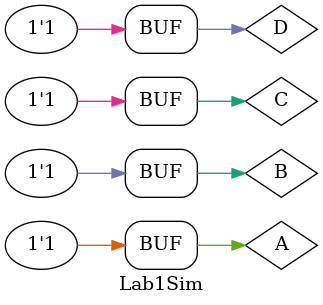
<source format=sv>
`timescale 1ns / 1ps


module Lab1Sim;
    logic A, B, C, D; 
    logic F_SOP, F_POS, F_NORNOR;
    
    Lab1 Lab1_inst (  .A(A), .B(B), .C(C), .D(D), .F_SOP(F_SOP), .F_POS(F_POS), .F_NORNOR(F_NORNOR)  );
    
        //list your test cases
    initial 
        begin
        A = 0; B = 0; C = 0; D = 0; 
        #10
        
        A = 0; B = 0; C = 0; D = 1; 
        #10
        
        A = 0; B = 0; C = 1; D = 0; 
        #10
        
        A = 0; B = 0; C = 1; D = 1; 
        #10
        
        A = 0; B = 1; C = 0; D = 0; 
        #10
        
        A = 0; B = 1; C = 0; D = 1; 
        #10
        
        A = 0; B = 1; C = 1; D = 0; 
        #10
        
        A = 0; B = 1; C = 1; D = 1; 
        #10
        
        A = 1; B = 0; C = 0; D = 0; 
        #10
        
        A = 1; B = 0; C = 0; D = 1; 
        #10
        
        A = 1; B = 0; C = 1; D = 0; 
        #10
        
        A = 1; B = 0; C = 1; D = 1; 
        #10
        
        A = 1; B = 1; C = 0; D = 0; 
        #10
        
        A = 1; B = 1; C = 0; D = 1; 
        #10
        
        A = 1; B = 1; C = 1; D = 0; 
        #10
        
        A = 1; B = 1; C = 1; D = 1; 
        #10
        
        $display("Finished");  
      end                       
endmodule

</source>
